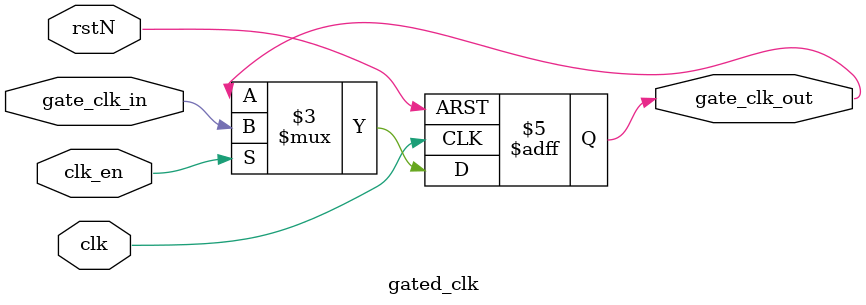
<source format=sv>
`timescale 1ns / 1ps


module gated_clk(

input           clk,
input           gate_clk_in,
input           clk_en,
input           rstN,
output  logic   gate_clk_out
);

always_ff @(posedge clk, negedge rstN)
    if (rstN == 0) gate_clk_out <= 0;
    else if (clk_en) gate_clk_out <= gate_clk_in;
    

endmodule

</source>
